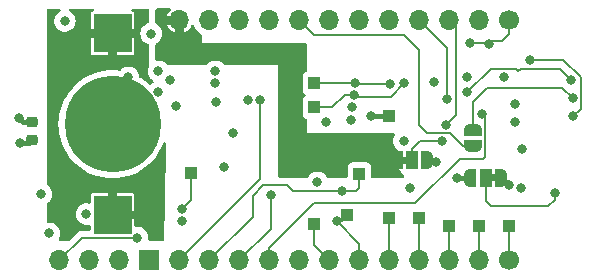
<source format=gbr>
G04 #@! TF.GenerationSoftware,KiCad,Pcbnew,8.0.3*
G04 #@! TF.CreationDate,2024-06-26T11:29:34-05:00*
G04 #@! TF.ProjectId,Bald Sense Wing v3,42616c64-2053-4656-9e73-652057696e67,rev?*
G04 #@! TF.SameCoordinates,Original*
G04 #@! TF.FileFunction,Copper,L4,Bot*
G04 #@! TF.FilePolarity,Positive*
%FSLAX46Y46*%
G04 Gerber Fmt 4.6, Leading zero omitted, Abs format (unit mm)*
G04 Created by KiCad (PCBNEW 8.0.3) date 2024-06-26 11:29:34*
%MOMM*%
%LPD*%
G01*
G04 APERTURE LIST*
G04 Aperture macros list*
%AMRoundRect*
0 Rectangle with rounded corners*
0 $1 Rounding radius*
0 $2 $3 $4 $5 $6 $7 $8 $9 X,Y pos of 4 corners*
0 Add a 4 corners polygon primitive as box body*
4,1,4,$2,$3,$4,$5,$6,$7,$8,$9,$2,$3,0*
0 Add four circle primitives for the rounded corners*
1,1,$1+$1,$2,$3*
1,1,$1+$1,$4,$5*
1,1,$1+$1,$6,$7*
1,1,$1+$1,$8,$9*
0 Add four rect primitives between the rounded corners*
20,1,$1+$1,$2,$3,$4,$5,0*
20,1,$1+$1,$4,$5,$6,$7,0*
20,1,$1+$1,$6,$7,$8,$9,0*
20,1,$1+$1,$8,$9,$2,$3,0*%
%AMFreePoly0*
4,1,19,0.500000,-0.750000,0.000000,-0.750000,0.000000,-0.744911,-0.071157,-0.744911,-0.207708,-0.704816,-0.327430,-0.627875,-0.420627,-0.520320,-0.479746,-0.390866,-0.500000,-0.250000,-0.500000,0.250000,-0.479746,0.390866,-0.420627,0.520320,-0.327430,0.627875,-0.207708,0.704816,-0.071157,0.744911,0.000000,0.744911,0.000000,0.750000,0.500000,0.750000,0.500000,-0.750000,0.500000,-0.750000,
$1*%
%AMFreePoly1*
4,1,19,0.000000,0.744911,0.071157,0.744911,0.207708,0.704816,0.327430,0.627875,0.420627,0.520320,0.479746,0.390866,0.500000,0.250000,0.500000,-0.250000,0.479746,-0.390866,0.420627,-0.520320,0.327430,-0.627875,0.207708,-0.704816,0.071157,-0.744911,0.000000,-0.744911,0.000000,-0.750000,-0.500000,-0.750000,-0.500000,0.750000,0.000000,0.750000,0.000000,0.744911,0.000000,0.744911,
$1*%
%AMFreePoly2*
4,1,19,0.550000,-0.750000,0.000000,-0.750000,0.000000,-0.744911,-0.071157,-0.744911,-0.207708,-0.704816,-0.327430,-0.627875,-0.420627,-0.520320,-0.479746,-0.390866,-0.500000,-0.250000,-0.500000,0.250000,-0.479746,0.390866,-0.420627,0.520320,-0.327430,0.627875,-0.207708,0.704816,-0.071157,0.744911,0.000000,0.744911,0.000000,0.750000,0.550000,0.750000,0.550000,-0.750000,0.550000,-0.750000,
$1*%
%AMFreePoly3*
4,1,19,0.000000,0.744911,0.071157,0.744911,0.207708,0.704816,0.327430,0.627875,0.420627,0.520320,0.479746,0.390866,0.500000,0.250000,0.500000,-0.250000,0.479746,-0.390866,0.420627,-0.520320,0.327430,-0.627875,0.207708,-0.704816,0.071157,-0.744911,0.000000,-0.744911,0.000000,-0.750000,-0.550000,-0.750000,-0.550000,0.750000,0.000000,0.750000,0.000000,0.744911,0.000000,0.744911,
$1*%
G04 Aperture macros list end*
G04 #@! TA.AperFunction,EtchedComponent*
%ADD10C,0.000000*%
G04 #@! TD*
G04 #@! TA.AperFunction,ComponentPad*
%ADD11C,1.700000*%
G04 #@! TD*
G04 #@! TA.AperFunction,ComponentPad*
%ADD12O,1.700000X1.700000*%
G04 #@! TD*
G04 #@! TA.AperFunction,ComponentPad*
%ADD13R,1.700000X1.700000*%
G04 #@! TD*
G04 #@! TA.AperFunction,SMDPad,CuDef*
%ADD14RoundRect,0.225000X0.250000X-0.225000X0.250000X0.225000X-0.250000X0.225000X-0.250000X-0.225000X0*%
G04 #@! TD*
G04 #@! TA.AperFunction,SMDPad,CuDef*
%ADD15FreePoly0,270.000000*%
G04 #@! TD*
G04 #@! TA.AperFunction,SMDPad,CuDef*
%ADD16FreePoly1,270.000000*%
G04 #@! TD*
G04 #@! TA.AperFunction,SMDPad,CuDef*
%ADD17R,3.200000X3.200000*%
G04 #@! TD*
G04 #@! TA.AperFunction,SMDPad,CuDef*
%ADD18C,8.130000*%
G04 #@! TD*
G04 #@! TA.AperFunction,SMDPad,CuDef*
%ADD19FreePoly2,0.000000*%
G04 #@! TD*
G04 #@! TA.AperFunction,SMDPad,CuDef*
%ADD20R,1.000000X1.500000*%
G04 #@! TD*
G04 #@! TA.AperFunction,SMDPad,CuDef*
%ADD21FreePoly3,0.000000*%
G04 #@! TD*
G04 #@! TA.AperFunction,SMDPad,CuDef*
%ADD22FreePoly2,180.000000*%
G04 #@! TD*
G04 #@! TA.AperFunction,SMDPad,CuDef*
%ADD23FreePoly3,180.000000*%
G04 #@! TD*
G04 #@! TA.AperFunction,SMDPad,CuDef*
%ADD24R,1.000000X1.000000*%
G04 #@! TD*
G04 #@! TA.AperFunction,ViaPad*
%ADD25C,0.800000*%
G04 #@! TD*
G04 #@! TA.AperFunction,Conductor*
%ADD26C,0.406400*%
G04 #@! TD*
G04 #@! TA.AperFunction,Conductor*
%ADD27C,0.152400*%
G04 #@! TD*
G04 #@! TA.AperFunction,Conductor*
%ADD28C,0.304800*%
G04 #@! TD*
G04 APERTURE END LIST*
D10*
G04 #@! TA.AperFunction,EtchedComponent*
G36*
X61195000Y-38806400D02*
G01*
X60695000Y-38806400D01*
X60695000Y-38206400D01*
X61195000Y-38206400D01*
X61195000Y-38806400D01*
G37*
G04 #@! TD.AperFunction*
G04 #@! TA.AperFunction,EtchedComponent*
G36*
X68748000Y-40305000D02*
G01*
X68248000Y-40305000D01*
X68248000Y-39705000D01*
X68748000Y-39705000D01*
X68748000Y-40305000D01*
G37*
G04 #@! TD.AperFunction*
D11*
X69850000Y-46990000D03*
D12*
X67310000Y-46990000D03*
X64770000Y-46990000D03*
X62230000Y-46990000D03*
X59690000Y-46990000D03*
X57150000Y-46990000D03*
X54610000Y-46990000D03*
X52070000Y-46990000D03*
X49530000Y-46990000D03*
X46990000Y-46990000D03*
X44450000Y-46990000D03*
X41910000Y-46990000D03*
D13*
X39370000Y-46990000D03*
D12*
X36830000Y-46990000D03*
X34290000Y-46990000D03*
X31750000Y-46990000D03*
D11*
X69850000Y-26670000D03*
D12*
X67310000Y-26670000D03*
X64770000Y-26670000D03*
X62230000Y-26670000D03*
X59690000Y-26670000D03*
X57150000Y-26670000D03*
X54610000Y-26670000D03*
X52070000Y-26670000D03*
X49530000Y-26670000D03*
X46990000Y-26670000D03*
X44450000Y-26670000D03*
X41910000Y-26670000D03*
D14*
X29464000Y-36792200D03*
X29464000Y-35242200D03*
D15*
X66725800Y-35989500D03*
D16*
X66725800Y-37289500D03*
D17*
X36245800Y-43153400D03*
X36245800Y-27763400D03*
D18*
X36245800Y-35458400D03*
D19*
X60295000Y-38506400D03*
D20*
X61595000Y-38506400D03*
D21*
X62895000Y-38506400D03*
D22*
X69148000Y-40005000D03*
D20*
X67848000Y-40005000D03*
D23*
X66548000Y-40005000D03*
D24*
X62230000Y-43434000D03*
X69799200Y-44094400D03*
X57150000Y-39674800D03*
X59690000Y-43434000D03*
X67310000Y-44094400D03*
X64770000Y-44094400D03*
X53340000Y-43942000D03*
X53340000Y-32002000D03*
X42926000Y-39624000D03*
X53340000Y-34036000D03*
X56134000Y-43180000D03*
X59690000Y-34798000D03*
D25*
X40132000Y-30988000D03*
X30886400Y-44704000D03*
X28448000Y-37084000D03*
X66293990Y-31496000D03*
X56533603Y-34014733D03*
X32207200Y-26720800D03*
X41148000Y-31750000D03*
X40132000Y-32766000D03*
X70866000Y-40894000D03*
X70358000Y-35306000D03*
X65379600Y-39979600D03*
X70358000Y-33782000D03*
X60909200Y-36880800D03*
X39522400Y-27787600D03*
X47701200Y-33375600D03*
X61468000Y-40894000D03*
X70873802Y-37604000D03*
X54356000Y-35306000D03*
X41605200Y-33883600D03*
X28321000Y-34925000D03*
X42164000Y-43688000D03*
X37592000Y-31496000D03*
X58166000Y-34798000D03*
X34042598Y-43078400D03*
X53594000Y-40386000D03*
X63500000Y-31902400D03*
X30226000Y-41402000D03*
X46431200Y-36220400D03*
X45720000Y-39116000D03*
X69850000Y-40640000D03*
X69392800Y-31496000D03*
X56434200Y-35079810D03*
X38354000Y-45075990D03*
X60960000Y-32004000D03*
X56688200Y-33011706D03*
X68163969Y-28711631D03*
X66548000Y-28625800D03*
X59740800Y-32054800D03*
X71580000Y-30030000D03*
X75240378Y-34798000D03*
X56779342Y-31963705D03*
X44958000Y-32004000D03*
X44958000Y-30988000D03*
X45008800Y-33578800D03*
X63635142Y-38679871D03*
X39877994Y-39370000D03*
X73710800Y-41249600D03*
X55219600Y-43637204D03*
X66294000Y-32765988D03*
X75099924Y-31751087D03*
X67564006Y-34585523D03*
X55676800Y-41148000D03*
X48768000Y-33375600D03*
X49682400Y-41452800D03*
X64551800Y-33299400D03*
X64459699Y-35529099D03*
X42164000Y-42672000D03*
X75212402Y-33274000D03*
X64135002Y-36880800D03*
X52171600Y-39372402D03*
X59418410Y-38618908D03*
D26*
X28448000Y-37084000D02*
X29172200Y-37084000D01*
X65405000Y-40005000D02*
X65379600Y-39979600D01*
X66548000Y-40005000D02*
X65405000Y-40005000D01*
X29172200Y-37084000D02*
X29464000Y-36792200D01*
D27*
X67310000Y-46990000D02*
X67310000Y-44094400D01*
X64770000Y-46990000D02*
X64770000Y-44094400D01*
D26*
X69148000Y-40005000D02*
X69215000Y-40005000D01*
X59690000Y-34798000D02*
X58166000Y-34798000D01*
X28638200Y-35242200D02*
X28321000Y-34925000D01*
X69215000Y-40005000D02*
X69850000Y-40640000D01*
X29464000Y-35242200D02*
X28638200Y-35242200D01*
D27*
X31750000Y-46990000D02*
X33664010Y-45075990D01*
X33664010Y-45075990D02*
X38354000Y-45075990D01*
X68173600Y-28702000D02*
X68173600Y-28422600D01*
X54864000Y-34036000D02*
X55888294Y-33011706D01*
X69240400Y-28422600D02*
X69850000Y-27813000D01*
X68078138Y-28625800D02*
X68163969Y-28711631D01*
X66548000Y-28625800D02*
X68078138Y-28625800D01*
X59791600Y-33172400D02*
X56848894Y-33172400D01*
X55888294Y-33011706D02*
X56688200Y-33011706D01*
X60960000Y-32004000D02*
X59791600Y-33172400D01*
X68163969Y-28711631D02*
X68173600Y-28702000D01*
X68173600Y-28422600D02*
X69240400Y-28422600D01*
X56848894Y-33172400D02*
X56688200Y-33011706D01*
X53340000Y-34036000D02*
X54864000Y-34036000D01*
X69850000Y-27813000D02*
X69850000Y-26670000D01*
X59740800Y-32054800D02*
X56870437Y-32054800D01*
X75869800Y-31493961D02*
X74405839Y-30030000D01*
X75240378Y-34798000D02*
X75869800Y-34168578D01*
X56741047Y-32002000D02*
X56779342Y-31963705D01*
X75869800Y-34168578D02*
X75869800Y-31493961D01*
X74405839Y-30030000D02*
X71580000Y-30030000D01*
X56870437Y-32054800D02*
X56779342Y-31963705D01*
X53340000Y-32002000D02*
X56741047Y-32002000D01*
D28*
X39877994Y-41321206D02*
X39877994Y-39370000D01*
X38045800Y-43153400D02*
X39877994Y-41321206D01*
X36245800Y-43153400D02*
X38045800Y-43153400D01*
X63216271Y-38679871D02*
X63635142Y-38679871D01*
X63144400Y-38608000D02*
X63216271Y-38679871D01*
X62895000Y-38506400D02*
X63042800Y-38506400D01*
X63042800Y-38506400D02*
X63144400Y-38608000D01*
D27*
X73152000Y-42418000D02*
X73710800Y-41859200D01*
X73710800Y-41859200D02*
X73710800Y-41249600D01*
X68326000Y-42418000D02*
X73152000Y-42418000D01*
X67848000Y-40005000D02*
X67848000Y-41940000D01*
X67848000Y-41940000D02*
X68326000Y-42418000D01*
X69799200Y-46939200D02*
X69850000Y-46990000D01*
X69799200Y-44094400D02*
X69799200Y-46939200D01*
X62230000Y-43434000D02*
X62230000Y-46990000D01*
X59690000Y-43434000D02*
X59690000Y-46990000D01*
X55676796Y-43637204D02*
X56134000Y-43180000D01*
X55219600Y-43637204D02*
X55676796Y-43637204D01*
X57150000Y-45567604D02*
X55219600Y-43637204D01*
X57150000Y-46990000D02*
X57150000Y-45567604D01*
X75099924Y-31751087D02*
X74133637Y-30784800D01*
X65633600Y-38404800D02*
X67614800Y-38404800D01*
X70408800Y-30784800D02*
X68275188Y-30784800D01*
X68275188Y-30784800D02*
X66294000Y-32765988D01*
X61874400Y-42164000D02*
X65633600Y-38404800D01*
X67818000Y-34839517D02*
X67564006Y-34585523D01*
X70612000Y-30988000D02*
X70408800Y-30784800D01*
X49530000Y-46990000D02*
X49530000Y-45974000D01*
X70815200Y-30784800D02*
X70612000Y-30988000D01*
X53340000Y-42164000D02*
X61874400Y-42164000D01*
X49530000Y-45974000D02*
X53340000Y-42164000D01*
X67818000Y-38201600D02*
X67818000Y-34839517D01*
X74133637Y-30784800D02*
X70815200Y-30784800D01*
X67614800Y-38404800D02*
X67818000Y-38201600D01*
X55676800Y-41148000D02*
X56896000Y-41148000D01*
X51054000Y-40640000D02*
X51562000Y-41148000D01*
X57150000Y-40894000D02*
X57150000Y-39674800D01*
X49022000Y-40640000D02*
X51054000Y-40640000D01*
X56896000Y-41148000D02*
X57150000Y-40894000D01*
X48104400Y-41557600D02*
X49022000Y-40640000D01*
X51562000Y-41148000D02*
X55676800Y-41148000D01*
X44450000Y-46990000D02*
X48104400Y-43335600D01*
X48104400Y-43335600D02*
X48104400Y-41557600D01*
X41910000Y-46990000D02*
X48768000Y-40132000D01*
X48768000Y-40132000D02*
X48768000Y-33375600D01*
X49682400Y-44297600D02*
X49682400Y-41452800D01*
X46990000Y-46990000D02*
X49682400Y-44297600D01*
X64551800Y-28991800D02*
X64551800Y-33299400D01*
X62230000Y-26670000D02*
X64551800Y-28991800D01*
X64770000Y-26670000D02*
X65313800Y-27213800D01*
X65313800Y-34674998D02*
X64459699Y-35529099D01*
X65313800Y-27213800D02*
X65313800Y-34674998D01*
X53340000Y-45720000D02*
X54610000Y-46990000D01*
X53340000Y-43942000D02*
X53340000Y-45720000D01*
X42926000Y-41910000D02*
X42164000Y-42672000D01*
X42926000Y-39624000D02*
X42926000Y-41910000D01*
X66725800Y-35989500D02*
X66725800Y-33604200D01*
X66725800Y-33604200D02*
X67942400Y-32387600D01*
X74326002Y-32387600D02*
X75212402Y-33274000D01*
X67942400Y-32387600D02*
X74326002Y-32387600D01*
X61595000Y-37556400D02*
X62270600Y-36880800D01*
X62270600Y-36880800D02*
X64135002Y-36880800D01*
X61595000Y-38506400D02*
X61595000Y-37556400D01*
X62230000Y-29210000D02*
X62230000Y-35560000D01*
X60960000Y-27940000D02*
X62230000Y-29210000D01*
X53340000Y-27940000D02*
X60960000Y-27940000D01*
X64853646Y-36195000D02*
X62865000Y-36195000D01*
X52070000Y-26670000D02*
X53340000Y-27940000D01*
X66725800Y-37289500D02*
X65948146Y-37289500D01*
X62230000Y-35560000D02*
X62865000Y-36195000D01*
X65948146Y-37289500D02*
X64853646Y-36195000D01*
D26*
X59530918Y-38506400D02*
X59418410Y-38618908D01*
X60295000Y-38506400D02*
X59530918Y-38506400D01*
G04 #@! TA.AperFunction,Conductor*
G36*
X31796257Y-25699085D02*
G01*
X31842012Y-25751889D01*
X31851956Y-25821047D01*
X31822931Y-25884603D01*
X31779655Y-25916677D01*
X31750448Y-25929682D01*
X31750446Y-25929683D01*
X31595945Y-26041935D01*
X31468159Y-26183857D01*
X31372673Y-26349243D01*
X31372670Y-26349250D01*
X31341354Y-26445632D01*
X31313658Y-26530872D01*
X31293696Y-26720800D01*
X31313658Y-26910728D01*
X31313659Y-26910731D01*
X31372670Y-27092349D01*
X31372673Y-27092356D01*
X31468160Y-27257744D01*
X31595947Y-27399666D01*
X31750448Y-27511918D01*
X31924912Y-27589594D01*
X32111713Y-27629300D01*
X32302687Y-27629300D01*
X32489488Y-27589594D01*
X32663952Y-27511918D01*
X32818453Y-27399666D01*
X32946240Y-27257744D01*
X33041727Y-27092356D01*
X33100742Y-26910728D01*
X33120704Y-26720800D01*
X33100742Y-26530872D01*
X33041727Y-26349244D01*
X32946240Y-26183856D01*
X32818453Y-26041934D01*
X32663952Y-25929682D01*
X32634744Y-25916678D01*
X32581510Y-25871430D01*
X32561188Y-25804581D01*
X32580233Y-25737357D01*
X32632598Y-25691101D01*
X32685182Y-25679400D01*
X34538579Y-25679400D01*
X34605618Y-25699085D01*
X34651373Y-25751889D01*
X34661317Y-25821047D01*
X34632292Y-25884603D01*
X34573514Y-25922377D01*
X34562770Y-25925017D01*
X34548259Y-25927903D01*
X34548255Y-25927905D01*
X34465560Y-25983160D01*
X34410305Y-26065855D01*
X34410303Y-26065859D01*
X34395800Y-26138771D01*
X34395800Y-27388400D01*
X38095800Y-27388400D01*
X38095800Y-26138773D01*
X38095799Y-26138771D01*
X38081296Y-26065859D01*
X38081294Y-26065855D01*
X38026039Y-25983160D01*
X37943344Y-25927905D01*
X37943340Y-25927903D01*
X37928830Y-25925017D01*
X37866919Y-25892632D01*
X37832345Y-25831917D01*
X37836084Y-25762147D01*
X37876951Y-25705475D01*
X37941969Y-25679894D01*
X37953021Y-25679400D01*
X39246000Y-25679400D01*
X39313039Y-25699085D01*
X39358794Y-25751889D01*
X39370000Y-25803400D01*
X39370000Y-26790784D01*
X39350315Y-26857823D01*
X39297511Y-26903578D01*
X39271782Y-26912074D01*
X39240113Y-26918805D01*
X39065644Y-26996484D01*
X38911145Y-27108735D01*
X38783359Y-27250657D01*
X38687873Y-27416043D01*
X38687870Y-27416050D01*
X38628859Y-27597668D01*
X38628858Y-27597672D01*
X38608896Y-27787600D01*
X38628858Y-27977528D01*
X38628859Y-27977531D01*
X38687870Y-28159149D01*
X38687873Y-28159156D01*
X38783360Y-28324544D01*
X38911147Y-28466466D01*
X39065648Y-28578718D01*
X39240112Y-28656394D01*
X39271783Y-28663126D01*
X39333262Y-28696316D01*
X39367039Y-28757479D01*
X39370000Y-28784415D01*
X39370000Y-30457598D01*
X39353387Y-30519598D01*
X39297473Y-30616443D01*
X39297470Y-30616450D01*
X39268737Y-30704883D01*
X39238458Y-30798072D01*
X39218496Y-30988000D01*
X39238458Y-31177928D01*
X39238459Y-31177931D01*
X39297470Y-31359549D01*
X39297473Y-31359556D01*
X39392960Y-31524944D01*
X39520747Y-31666866D01*
X39635171Y-31750000D01*
X39671895Y-31776682D01*
X39714560Y-31832012D01*
X39720539Y-31901626D01*
X39687933Y-31963421D01*
X39671895Y-31977318D01*
X39520743Y-32087136D01*
X39515918Y-32091482D01*
X39514284Y-32089667D01*
X39464154Y-32120519D01*
X39394297Y-32119154D01*
X39343868Y-32088563D01*
X39330246Y-32074941D01*
X39330238Y-32074933D01*
X39212685Y-31977318D01*
X39004905Y-31804779D01*
X39004895Y-31804772D01*
X39004893Y-31804770D01*
X38656009Y-31565779D01*
X38560185Y-31512405D01*
X38511197Y-31462586D01*
X38497204Y-31417039D01*
X38485542Y-31306072D01*
X38426527Y-31124444D01*
X38331040Y-30959056D01*
X38203253Y-30817134D01*
X38048752Y-30704882D01*
X37874288Y-30627206D01*
X37874286Y-30627205D01*
X37687487Y-30587500D01*
X37496513Y-30587500D01*
X37309714Y-30627205D01*
X37135246Y-30704883D01*
X36980745Y-30817135D01*
X36924013Y-30880142D01*
X36864526Y-30916790D01*
X36814733Y-30919980D01*
X36668250Y-30899547D01*
X36668245Y-30899546D01*
X36668240Y-30899546D01*
X36245800Y-30880015D01*
X35823360Y-30899546D01*
X35823354Y-30899546D01*
X35823350Y-30899547D01*
X35404526Y-30957970D01*
X35404518Y-30957972D01*
X34992867Y-31054791D01*
X34591890Y-31189185D01*
X34591883Y-31189188D01*
X34205056Y-31359989D01*
X34205028Y-31360003D01*
X33835598Y-31565774D01*
X33835592Y-31565778D01*
X33486704Y-31804772D01*
X33486694Y-31804779D01*
X33161373Y-32074923D01*
X33161353Y-32074941D01*
X32862341Y-32373953D01*
X32862323Y-32373973D01*
X32592179Y-32699294D01*
X32592172Y-32699304D01*
X32353178Y-33048192D01*
X32353174Y-33048198D01*
X32147403Y-33417628D01*
X32147389Y-33417656D01*
X31976588Y-33804483D01*
X31976585Y-33804490D01*
X31842191Y-34205467D01*
X31745372Y-34617118D01*
X31745370Y-34617126D01*
X31686947Y-35035950D01*
X31686946Y-35035960D01*
X31667415Y-35458400D01*
X31686946Y-35880840D01*
X31686946Y-35880846D01*
X31686947Y-35880849D01*
X31745370Y-36299673D01*
X31745372Y-36299681D01*
X31842191Y-36711332D01*
X31976585Y-37112309D01*
X31976588Y-37112316D01*
X32147389Y-37499143D01*
X32147394Y-37499153D01*
X32147398Y-37499162D01*
X32147402Y-37499170D01*
X32147403Y-37499171D01*
X32353174Y-37868601D01*
X32353177Y-37868605D01*
X32353179Y-37868609D01*
X32592170Y-38217493D01*
X32592172Y-38217495D01*
X32592179Y-38217505D01*
X32862323Y-38542826D01*
X32862333Y-38542838D01*
X33161362Y-38841867D01*
X33161373Y-38841876D01*
X33486694Y-39112020D01*
X33486700Y-39112024D01*
X33486707Y-39112030D01*
X33835591Y-39351021D01*
X34205038Y-39556802D01*
X34591897Y-39727617D01*
X34992865Y-39862008D01*
X35404524Y-39958829D01*
X35823360Y-40017254D01*
X36245800Y-40036785D01*
X36668240Y-40017254D01*
X37087076Y-39958829D01*
X37498735Y-39862008D01*
X37899703Y-39727617D01*
X38286562Y-39556802D01*
X38656009Y-39351021D01*
X39004893Y-39112030D01*
X39330238Y-38841867D01*
X39629267Y-38542838D01*
X39899430Y-38217493D01*
X40138421Y-37868609D01*
X40344202Y-37499162D01*
X40515017Y-37112303D01*
X40539415Y-37039507D01*
X40579382Y-36982202D01*
X40643989Y-36955599D01*
X40712723Y-36968149D01*
X40763760Y-37015866D01*
X40780968Y-37081039D01*
X40692357Y-42255972D01*
X40642426Y-45171953D01*
X40642087Y-45191723D01*
X40621257Y-45258416D01*
X40567678Y-45303260D01*
X40518105Y-45313600D01*
X39380246Y-45313600D01*
X39313207Y-45293915D01*
X39267452Y-45241111D01*
X39256925Y-45176640D01*
X39267504Y-45075990D01*
X39247542Y-44886062D01*
X39188527Y-44704434D01*
X39093040Y-44539046D01*
X38965253Y-44397124D01*
X38810752Y-44284872D01*
X38636288Y-44207196D01*
X38636286Y-44207195D01*
X38449487Y-44167490D01*
X38258513Y-44167490D01*
X38245575Y-44170240D01*
X38175908Y-44164920D01*
X38120177Y-44122780D01*
X38096075Y-44057199D01*
X38095800Y-44048948D01*
X38095800Y-43528400D01*
X35994800Y-43528400D01*
X35927761Y-43508715D01*
X35882006Y-43455911D01*
X35870800Y-43404400D01*
X35870800Y-42778400D01*
X36620800Y-42778400D01*
X38095800Y-42778400D01*
X38095800Y-41528773D01*
X38095799Y-41528771D01*
X38081296Y-41455859D01*
X38081294Y-41455855D01*
X38026039Y-41373160D01*
X37943344Y-41317905D01*
X37943340Y-41317903D01*
X37870427Y-41303400D01*
X36620800Y-41303400D01*
X36620800Y-42778400D01*
X35870800Y-42778400D01*
X35870800Y-41303400D01*
X34621173Y-41303400D01*
X34548259Y-41317903D01*
X34548255Y-41317905D01*
X34465560Y-41373160D01*
X34410305Y-41455855D01*
X34410303Y-41455859D01*
X34395800Y-41528771D01*
X34395800Y-42071552D01*
X34376115Y-42138591D01*
X34323311Y-42184346D01*
X34254153Y-42194290D01*
X34246019Y-42192842D01*
X34138085Y-42169900D01*
X33947111Y-42169900D01*
X33760312Y-42209605D01*
X33585844Y-42287283D01*
X33431343Y-42399535D01*
X33303557Y-42541457D01*
X33208071Y-42706843D01*
X33208068Y-42706850D01*
X33149057Y-42888468D01*
X33149056Y-42888472D01*
X33129094Y-43078400D01*
X33149056Y-43268328D01*
X33149057Y-43268331D01*
X33208068Y-43449949D01*
X33208071Y-43449956D01*
X33303558Y-43615344D01*
X33431345Y-43757266D01*
X33585846Y-43869518D01*
X33760310Y-43947194D01*
X33947111Y-43986900D01*
X34138084Y-43986900D01*
X34138085Y-43986900D01*
X34246021Y-43963957D01*
X34315685Y-43969272D01*
X34371419Y-44011409D01*
X34395525Y-44076989D01*
X34395800Y-44085247D01*
X34395800Y-44367290D01*
X34376115Y-44434329D01*
X34323311Y-44480084D01*
X34271800Y-44491290D01*
X33587033Y-44491290D01*
X33450515Y-44527870D01*
X33438320Y-44531138D01*
X33314344Y-44602717D01*
X33314342Y-44602718D01*
X33304999Y-44608111D01*
X33304994Y-44608115D01*
X32635829Y-45277281D01*
X32574506Y-45310766D01*
X32548148Y-45313600D01*
X31798266Y-45313600D01*
X31731227Y-45293915D01*
X31685472Y-45241111D01*
X31675528Y-45171953D01*
X31690879Y-45127600D01*
X31720927Y-45075556D01*
X31779942Y-44893928D01*
X31799904Y-44704000D01*
X31779942Y-44514072D01*
X31720927Y-44332444D01*
X31625440Y-44167056D01*
X31497653Y-44025134D01*
X31343152Y-43912882D01*
X31168688Y-43835206D01*
X31168686Y-43835205D01*
X30981887Y-43795500D01*
X30807200Y-43795500D01*
X30740161Y-43775815D01*
X30694406Y-43723011D01*
X30683200Y-43671500D01*
X30683200Y-42255972D01*
X30702885Y-42188933D01*
X30734308Y-42155659D01*
X30837253Y-42080866D01*
X30845640Y-42071552D01*
X30864939Y-42050117D01*
X30965040Y-41938944D01*
X31060527Y-41773556D01*
X31119542Y-41591928D01*
X31139504Y-41402000D01*
X31119542Y-41212072D01*
X31060527Y-41030444D01*
X30965040Y-40865056D01*
X30837253Y-40723134D01*
X30734313Y-40648342D01*
X30691648Y-40593012D01*
X30683200Y-40548025D01*
X30683200Y-29388028D01*
X34395800Y-29388028D01*
X34410303Y-29460940D01*
X34410305Y-29460944D01*
X34465560Y-29543639D01*
X34548255Y-29598894D01*
X34548259Y-29598896D01*
X34621171Y-29613399D01*
X34621174Y-29613400D01*
X35870800Y-29613400D01*
X36620800Y-29613400D01*
X37870426Y-29613400D01*
X37870428Y-29613399D01*
X37943340Y-29598896D01*
X37943344Y-29598894D01*
X38026039Y-29543639D01*
X38081294Y-29460944D01*
X38081296Y-29460940D01*
X38095799Y-29388028D01*
X38095800Y-29388026D01*
X38095800Y-28138400D01*
X36620800Y-28138400D01*
X36620800Y-29613400D01*
X35870800Y-29613400D01*
X35870800Y-28138400D01*
X34395800Y-28138400D01*
X34395800Y-29388028D01*
X30683200Y-29388028D01*
X30683200Y-25803400D01*
X30702885Y-25736361D01*
X30755689Y-25690606D01*
X30807200Y-25679400D01*
X31729218Y-25679400D01*
X31796257Y-25699085D01*
G37*
G04 #@! TD.AperFunction*
G04 #@! TA.AperFunction,Conductor*
G36*
X41138123Y-25674185D02*
G01*
X41183878Y-25726989D01*
X41193822Y-25796147D01*
X41164797Y-25859703D01*
X41154622Y-25870137D01*
X41093608Y-25925757D01*
X40970754Y-26088443D01*
X40879890Y-26270921D01*
X40879886Y-26270931D01*
X40873038Y-26295000D01*
X41577894Y-26295000D01*
X41509901Y-26362993D01*
X41444075Y-26477007D01*
X41410000Y-26604174D01*
X41410000Y-26735826D01*
X41444075Y-26862993D01*
X41509901Y-26977007D01*
X41602993Y-27070099D01*
X41717007Y-27135925D01*
X41844174Y-27170000D01*
X41975826Y-27170000D01*
X42102993Y-27135925D01*
X42217007Y-27070099D01*
X42285000Y-27002106D01*
X42285000Y-27704383D01*
X42402408Y-27658900D01*
X42402413Y-27658898D01*
X42575739Y-27551578D01*
X42726391Y-27414242D01*
X42849247Y-27251554D01*
X42929935Y-27089511D01*
X42977438Y-27038273D01*
X43045100Y-27020852D01*
X43111441Y-27042777D01*
X43155396Y-27097089D01*
X43158957Y-27107784D01*
X43159036Y-27107758D01*
X43160703Y-27112613D01*
X43251140Y-27318792D01*
X43374276Y-27507265D01*
X43374284Y-27507276D01*
X43513866Y-27658900D01*
X43526760Y-27672906D01*
X43704424Y-27811189D01*
X43750018Y-27835863D01*
X43799607Y-27885080D01*
X43815000Y-27944917D01*
X43815000Y-28575000D01*
X52581000Y-28575000D01*
X52648039Y-28594685D01*
X52693794Y-28647489D01*
X52705000Y-28699000D01*
X52705000Y-30923539D01*
X52685315Y-30990578D01*
X52632511Y-31036333D01*
X52624335Y-31039720D01*
X52593798Y-31051110D01*
X52593795Y-31051111D01*
X52476739Y-31138739D01*
X52389111Y-31255795D01*
X52338011Y-31392795D01*
X52338011Y-31392797D01*
X52331500Y-31453345D01*
X52331500Y-32550654D01*
X52338011Y-32611202D01*
X52338011Y-32611204D01*
X52369913Y-32696734D01*
X52389111Y-32748204D01*
X52476739Y-32865261D01*
X52523057Y-32899934D01*
X52549505Y-32919733D01*
X52591376Y-32975667D01*
X52596360Y-33045359D01*
X52562875Y-33106682D01*
X52549505Y-33118267D01*
X52476739Y-33172739D01*
X52389111Y-33289795D01*
X52338011Y-33426795D01*
X52338011Y-33426797D01*
X52331500Y-33487345D01*
X52331500Y-34584654D01*
X52338011Y-34645202D01*
X52338011Y-34645204D01*
X52377992Y-34752394D01*
X52389111Y-34782204D01*
X52476739Y-34899261D01*
X52593796Y-34986889D01*
X52624335Y-34998279D01*
X52680267Y-35040149D01*
X52704684Y-35105613D01*
X52705000Y-35114460D01*
X52705000Y-36195000D01*
X54155742Y-36195000D01*
X54181522Y-36197709D01*
X54260513Y-36214500D01*
X54451487Y-36214500D01*
X54530477Y-36197709D01*
X54556258Y-36195000D01*
X60041328Y-36195000D01*
X60108367Y-36214685D01*
X60154122Y-36267489D01*
X60164066Y-36336647D01*
X60148715Y-36381000D01*
X60074673Y-36509243D01*
X60074670Y-36509250D01*
X60015659Y-36690868D01*
X60015658Y-36690872D01*
X59995696Y-36880800D01*
X60015658Y-37070728D01*
X60015659Y-37070731D01*
X60074670Y-37252349D01*
X60074673Y-37252356D01*
X60170160Y-37417744D01*
X60253404Y-37510196D01*
X60297946Y-37559665D01*
X60297948Y-37559667D01*
X60368675Y-37611053D01*
X60411341Y-37666383D01*
X60417320Y-37735996D01*
X60384714Y-37797791D01*
X60362837Y-37815682D01*
X60358732Y-37818320D01*
X60358730Y-37818321D01*
X60263017Y-37928779D01*
X60263014Y-37928785D01*
X60202300Y-38061726D01*
X60202299Y-38061731D01*
X60181500Y-38206399D01*
X60181500Y-38806402D01*
X60186726Y-38879477D01*
X60186727Y-38879483D01*
X60227902Y-39019713D01*
X60227902Y-39019714D01*
X60306921Y-39142669D01*
X60306922Y-39142670D01*
X60306923Y-39142671D01*
X60417381Y-39238384D01*
X60417385Y-39238386D01*
X60417387Y-39238387D01*
X60525350Y-39287692D01*
X60578154Y-39333446D01*
X60588937Y-39358839D01*
X60590299Y-39358332D01*
X60638498Y-39487556D01*
X60644111Y-39502604D01*
X60731739Y-39619661D01*
X60848796Y-39707289D01*
X60879335Y-39718679D01*
X60935267Y-39760549D01*
X60959684Y-39826013D01*
X60960000Y-39834860D01*
X60960000Y-39881000D01*
X60940315Y-39948039D01*
X60887511Y-39993794D01*
X60836000Y-40005000D01*
X58282500Y-40005000D01*
X58215461Y-39985315D01*
X58169706Y-39932511D01*
X58158500Y-39881000D01*
X58158500Y-39126162D01*
X58158499Y-39126145D01*
X58155157Y-39095070D01*
X58151989Y-39065599D01*
X58100889Y-38928596D01*
X58013261Y-38811539D01*
X57896204Y-38723911D01*
X57759203Y-38672811D01*
X57698654Y-38666300D01*
X57698638Y-38666300D01*
X56601362Y-38666300D01*
X56601345Y-38666300D01*
X56540797Y-38672811D01*
X56540795Y-38672811D01*
X56403795Y-38723911D01*
X56286739Y-38811539D01*
X56199111Y-38928595D01*
X56148011Y-39065595D01*
X56148011Y-39065597D01*
X56141500Y-39126145D01*
X56141500Y-39881000D01*
X56121815Y-39948039D01*
X56069011Y-39993794D01*
X56017500Y-40005000D01*
X54494666Y-40005000D01*
X54427627Y-39985315D01*
X54387279Y-39943000D01*
X54333041Y-39849057D01*
X54205254Y-39707135D01*
X54084856Y-39619660D01*
X54050752Y-39594882D01*
X53876288Y-39517206D01*
X53876286Y-39517205D01*
X53689487Y-39477500D01*
X53498513Y-39477500D01*
X53311714Y-39517205D01*
X53137246Y-39594883D01*
X52982745Y-39707135D01*
X52854958Y-39849057D01*
X52800721Y-39943000D01*
X52750154Y-39991216D01*
X52693334Y-40005000D01*
X50416000Y-40005000D01*
X50348961Y-39985315D01*
X50303206Y-39932511D01*
X50292000Y-39881000D01*
X50292000Y-30480000D01*
X45778309Y-30480000D01*
X45711270Y-30460315D01*
X45686161Y-30438973D01*
X45569253Y-30309134D01*
X45414752Y-30196882D01*
X45240288Y-30119206D01*
X45240286Y-30119205D01*
X45053487Y-30079500D01*
X44862513Y-30079500D01*
X44675714Y-30119205D01*
X44501246Y-30196883D01*
X44346745Y-30309135D01*
X44267846Y-30396761D01*
X44229839Y-30438972D01*
X44170355Y-30475621D01*
X44137691Y-30480000D01*
X40952309Y-30480000D01*
X40885270Y-30460315D01*
X40860161Y-30438973D01*
X40743253Y-30309134D01*
X40588752Y-30196882D01*
X40414288Y-30119206D01*
X40414286Y-30119205D01*
X40227487Y-30079500D01*
X40036513Y-30079500D01*
X40036512Y-30079500D01*
X40033269Y-30080189D01*
X40031352Y-30080042D01*
X40030054Y-30080179D01*
X40030029Y-30079941D01*
X39963602Y-30074866D01*
X39907873Y-30032723D01*
X39883774Y-29967141D01*
X39883500Y-29958896D01*
X39883500Y-28784413D01*
X39883068Y-28776535D01*
X39880425Y-28728305D01*
X39879249Y-28717604D01*
X39891489Y-28648815D01*
X39938977Y-28597564D01*
X39952058Y-28590780D01*
X39979152Y-28578718D01*
X40133653Y-28466466D01*
X40261440Y-28324544D01*
X40356927Y-28159156D01*
X40415942Y-27977528D01*
X40435904Y-27787600D01*
X40415942Y-27597672D01*
X40356927Y-27416044D01*
X40261440Y-27250656D01*
X40133653Y-27108734D01*
X40080477Y-27070099D01*
X40045932Y-27045000D01*
X40873038Y-27045000D01*
X40879886Y-27069068D01*
X40879890Y-27069078D01*
X40970754Y-27251556D01*
X41093608Y-27414242D01*
X41244260Y-27551578D01*
X41417586Y-27658898D01*
X41417591Y-27658900D01*
X41535000Y-27704384D01*
X41535000Y-27045000D01*
X40873038Y-27045000D01*
X40045932Y-27045000D01*
X39979153Y-26996482D01*
X39947101Y-26982212D01*
X39893865Y-26936961D01*
X39873544Y-26870112D01*
X39874798Y-26851304D01*
X39883500Y-26790784D01*
X39883500Y-25803400D01*
X39882248Y-25791755D01*
X39894653Y-25722996D01*
X39942263Y-25671858D01*
X40005537Y-25654500D01*
X41071084Y-25654500D01*
X41138123Y-25674185D01*
G37*
G04 #@! TD.AperFunction*
M02*

</source>
